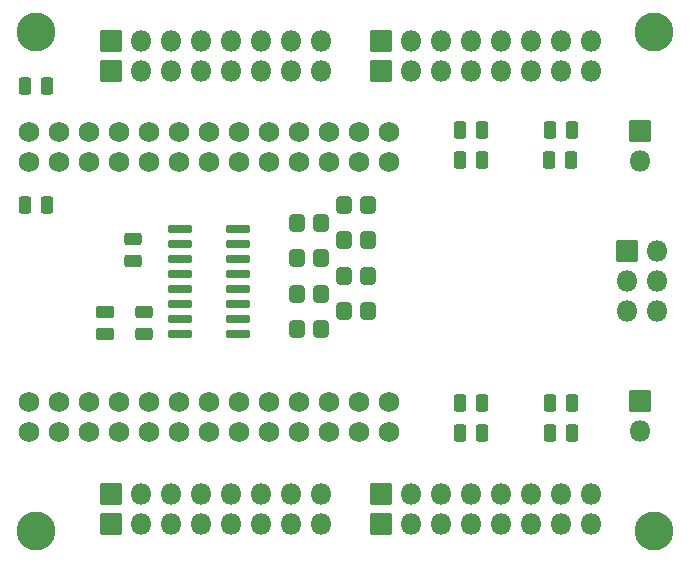
<source format=gbr>
%TF.GenerationSoftware,KiCad,Pcbnew,(5.99.0-8139-gd24b034cbc)*%
%TF.CreationDate,2021-01-06T10:54:56+00:00*%
%TF.ProjectId,neon,6e656f6e-2e6b-4696-9361-645f70636258,1.0*%
%TF.SameCoordinates,Original*%
%TF.FileFunction,Soldermask,Top*%
%TF.FilePolarity,Negative*%
%FSLAX46Y46*%
G04 Gerber Fmt 4.6, Leading zero omitted, Abs format (unit mm)*
G04 Created by KiCad (PCBNEW (5.99.0-8139-gd24b034cbc)) date 2021-01-06 10:54:56*
%MOMM*%
%LPD*%
G01*
G04 APERTURE LIST*
G04 Aperture macros list*
%AMRoundRect*
0 Rectangle with rounded corners*
0 $1 Rounding radius*
0 $2 $3 $4 $5 $6 $7 $8 $9 X,Y pos of 4 corners*
0 Add a 4 corners polygon primitive as box body*
4,1,4,$2,$3,$4,$5,$6,$7,$8,$9,$2,$3,0*
0 Add four circle primitives for the rounded corners*
1,1,$1+$1,$2,$3,0*
1,1,$1+$1,$4,$5,0*
1,1,$1+$1,$6,$7,0*
1,1,$1+$1,$8,$9,0*
0 Add four rect primitives between the rounded corners*
20,1,$1+$1,$2,$3,$4,$5,0*
20,1,$1+$1,$4,$5,$6,$7,0*
20,1,$1+$1,$6,$7,$8,$9,0*
20,1,$1+$1,$8,$9,$2,$3,0*%
G04 Aperture macros list end*
%ADD10C,1.750000*%
%ADD11RoundRect,0.050000X-0.850000X-0.850000X0.850000X-0.850000X0.850000X0.850000X-0.850000X0.850000X0*%
%ADD12O,1.800000X1.800000*%
%ADD13RoundRect,0.050000X0.850000X-0.850000X0.850000X0.850000X-0.850000X0.850000X-0.850000X-0.850000X0*%
%ADD14RoundRect,0.268750X0.268750X0.481250X-0.268750X0.481250X-0.268750X-0.481250X0.268750X-0.481250X0*%
%ADD15RoundRect,0.268750X0.481250X-0.268750X0.481250X0.268750X-0.481250X0.268750X-0.481250X-0.268750X0*%
%ADD16RoundRect,0.175000X0.850000X0.175000X-0.850000X0.175000X-0.850000X-0.175000X0.850000X-0.175000X0*%
%ADD17C,3.300000*%
%ADD18RoundRect,0.270833X0.379167X0.479167X-0.379167X0.479167X-0.379167X-0.479167X0.379167X-0.479167X0*%
%ADD19RoundRect,0.275000X0.500000X-0.275000X0.500000X0.275000X-0.500000X0.275000X-0.500000X-0.275000X0*%
G04 APERTURE END LIST*
D10*
%TO.C,U1*%
X118784400Y-117653600D03*
X121324400Y-117653600D03*
X123864400Y-117653600D03*
X126404400Y-117653600D03*
X128944400Y-117653600D03*
X131484400Y-117653600D03*
X134024400Y-117653600D03*
X136564400Y-117653600D03*
X139104400Y-117653600D03*
X141644400Y-117653600D03*
X144184400Y-117653600D03*
X146724400Y-117653600D03*
X149264400Y-117653600D03*
X118784400Y-115114600D03*
X121324400Y-115114600D03*
X123864400Y-115114600D03*
X126404400Y-115114600D03*
X128944400Y-115114600D03*
X131484400Y-115114600D03*
X134024400Y-115114600D03*
X136564400Y-115114600D03*
X139104400Y-115114600D03*
X141644400Y-115114600D03*
X144184400Y-115114600D03*
X146724400Y-115114600D03*
X149264400Y-115114600D03*
X118784400Y-94763600D03*
X121324400Y-94763600D03*
X123864400Y-94763600D03*
X126404400Y-94763600D03*
X128944400Y-94763600D03*
X131484400Y-94763600D03*
X134024400Y-94763600D03*
X136564400Y-94763600D03*
X139104400Y-94763600D03*
X141644400Y-94763600D03*
X144184400Y-94763600D03*
X146724400Y-94763600D03*
X149264400Y-94763600D03*
X118784400Y-92223600D03*
X121324400Y-92223600D03*
X123864400Y-92223600D03*
X126404400Y-92223600D03*
X128944400Y-92223600D03*
X131484400Y-92223600D03*
X134024400Y-92223600D03*
X136564400Y-92223600D03*
X139104400Y-92223600D03*
X141644400Y-92223600D03*
X144184400Y-92223600D03*
X146724400Y-92223600D03*
X149264400Y-92223600D03*
%TD*%
D11*
%TO.C,J1*%
X170561000Y-115062000D03*
D12*
X170561000Y-117602000D03*
%TD*%
D13*
%TO.C,U2*%
X148590000Y-84582000D03*
D12*
X151130000Y-84582000D03*
X153670000Y-84582000D03*
X156210000Y-84582000D03*
X158750000Y-84582000D03*
X161290000Y-84582000D03*
X163830000Y-84582000D03*
X166370000Y-84582000D03*
%TD*%
D13*
%TO.C,U5*%
X125730000Y-84582000D03*
D12*
X128270000Y-84582000D03*
X130810000Y-84582000D03*
X133350000Y-84582000D03*
X135890000Y-84582000D03*
X138430000Y-84582000D03*
X140970000Y-84582000D03*
X143510000Y-84582000D03*
%TD*%
D13*
%TO.C,U4*%
X125730000Y-125476000D03*
D12*
X128270000Y-125476000D03*
X130810000Y-125476000D03*
X133350000Y-125476000D03*
X135890000Y-125476000D03*
X138430000Y-125476000D03*
X140970000Y-125476000D03*
X143510000Y-125476000D03*
%TD*%
D13*
%TO.C,U3*%
X148590000Y-125476000D03*
D12*
X151130000Y-125476000D03*
X153670000Y-125476000D03*
X156210000Y-125476000D03*
X158750000Y-125476000D03*
X161290000Y-125476000D03*
X163830000Y-125476000D03*
X166370000Y-125476000D03*
%TD*%
D14*
%TO.C,D1*%
X157147500Y-117729000D03*
X155272500Y-117729000D03*
%TD*%
%TO.C,D2*%
X157147500Y-115189000D03*
X155272500Y-115189000D03*
%TD*%
%TO.C,D4*%
X164767500Y-115189000D03*
X162892500Y-115189000D03*
%TD*%
%TO.C,D5*%
X164720500Y-94615000D03*
X162845500Y-94615000D03*
%TD*%
%TO.C,D6*%
X164767500Y-92075000D03*
X162892500Y-92075000D03*
%TD*%
%TO.C,D7*%
X157147500Y-94615000D03*
X155272500Y-94615000D03*
%TD*%
%TO.C,D8*%
X157147500Y-92075000D03*
X155272500Y-92075000D03*
%TD*%
D15*
%TO.C,R1*%
X127635000Y-103172500D03*
X127635000Y-101297500D03*
%TD*%
D16*
%TO.C,U6*%
X136525000Y-109347000D03*
X136525000Y-108077000D03*
X136525000Y-106807000D03*
X136525000Y-105537000D03*
X136525000Y-104267000D03*
X136525000Y-102997000D03*
X136525000Y-101727000D03*
X136525000Y-100457000D03*
X131575000Y-100457000D03*
X131575000Y-101727000D03*
X131575000Y-102997000D03*
X131575000Y-104267000D03*
X131575000Y-105537000D03*
X131575000Y-106807000D03*
X131575000Y-108077000D03*
X131575000Y-109347000D03*
%TD*%
D11*
%TO.C,J5*%
X170561000Y-92202000D03*
D12*
X170561000Y-94742000D03*
%TD*%
D14*
%TO.C,D3*%
X164767500Y-117729000D03*
X162892500Y-117729000D03*
%TD*%
D17*
%TO.C,H1*%
X119380000Y-83820000D03*
%TD*%
%TO.C,H2*%
X171704000Y-83820000D03*
%TD*%
%TO.C,H3*%
X119380000Y-126034800D03*
%TD*%
%TO.C,H4*%
X171704000Y-126034800D03*
%TD*%
D13*
%TO.C,S1*%
X148590000Y-87122000D03*
D12*
X151130000Y-87122000D03*
X153670000Y-87122000D03*
X156210000Y-87122000D03*
X158750000Y-87122000D03*
X161290000Y-87122000D03*
X163830000Y-87122000D03*
X166370000Y-87122000D03*
%TD*%
D13*
%TO.C,S2*%
X125730000Y-87122000D03*
D12*
X128270000Y-87122000D03*
X130810000Y-87122000D03*
X133350000Y-87122000D03*
X135890000Y-87122000D03*
X138430000Y-87122000D03*
X140970000Y-87122000D03*
X143510000Y-87122000D03*
%TD*%
D13*
%TO.C,S3*%
X125730000Y-122936000D03*
D12*
X128270000Y-122936000D03*
X130810000Y-122936000D03*
X133350000Y-122936000D03*
X135890000Y-122936000D03*
X138430000Y-122936000D03*
X140970000Y-122936000D03*
X143510000Y-122936000D03*
%TD*%
D13*
%TO.C,S4*%
X148590000Y-122936000D03*
D12*
X151130000Y-122936000D03*
X153670000Y-122936000D03*
X156210000Y-122936000D03*
X158750000Y-122936000D03*
X161290000Y-122936000D03*
X163830000Y-122936000D03*
X166370000Y-122936000D03*
%TD*%
D11*
%TO.C,J2*%
X169418000Y-102362000D03*
D12*
X171958000Y-102362000D03*
X169418000Y-104902000D03*
X171958000Y-104902000D03*
X169418000Y-107442000D03*
X171958000Y-107442000D03*
%TD*%
D15*
%TO.C,C1*%
X128490000Y-109367500D03*
X128490000Y-107492500D03*
%TD*%
D14*
%TO.C,D9*%
X120317500Y-88392000D03*
X118442500Y-88392000D03*
%TD*%
%TO.C,R2*%
X120317500Y-98425000D03*
X118442500Y-98425000D03*
%TD*%
D18*
%TO.C,R7*%
X143490000Y-102930000D03*
X141490000Y-102930000D03*
%TD*%
%TO.C,R3*%
X143490000Y-108930000D03*
X141490000Y-108930000D03*
%TD*%
%TO.C,R5*%
X143490000Y-105930000D03*
X141490000Y-105930000D03*
%TD*%
%TO.C,R4*%
X147490000Y-107430000D03*
X145490000Y-107430000D03*
%TD*%
%TO.C,R6*%
X147490000Y-104430000D03*
X145490000Y-104430000D03*
%TD*%
%TO.C,R9*%
X143490000Y-99930000D03*
X141490000Y-99930000D03*
%TD*%
%TO.C,R10*%
X147490000Y-98430000D03*
X145490000Y-98430000D03*
%TD*%
%TO.C,R8*%
X147490000Y-101430000D03*
X145490000Y-101430000D03*
%TD*%
D19*
%TO.C,C2*%
X125240000Y-109380000D03*
X125240000Y-107480000D03*
%TD*%
M02*

</source>
